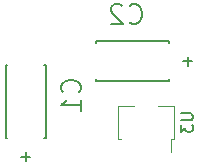
<source format=gbr>
%TF.GenerationSoftware,KiCad,Pcbnew,7.0.8*%
%TF.CreationDate,2024-02-04T18:47:11+02:00*%
%TF.ProjectId,QL_MDV_Control,514c5f4d-4456-45f4-936f-6e74726f6c2e,rev?*%
%TF.SameCoordinates,PX62a23e8PY5bc46e8*%
%TF.FileFunction,Legend,Bot*%
%TF.FilePolarity,Positive*%
%FSLAX46Y46*%
G04 Gerber Fmt 4.6, Leading zero omitted, Abs format (unit mm)*
G04 Created by KiCad (PCBNEW 7.0.8) date 2024-02-04 18:47:11*
%MOMM*%
%LPD*%
G01*
G04 APERTURE LIST*
%ADD10C,0.150000*%
%ADD11C,0.152400*%
%ADD12C,0.120000*%
G04 APERTURE END LIST*
D10*
X19040332Y91895D02*
X19118428Y13799D01*
X19118428Y13799D02*
X19352713Y-64296D01*
X19352713Y-64296D02*
X19508904Y-64296D01*
X19508904Y-64296D02*
X19743190Y13799D01*
X19743190Y13799D02*
X19899380Y169990D01*
X19899380Y169990D02*
X19977475Y326180D01*
X19977475Y326180D02*
X20055571Y638561D01*
X20055571Y638561D02*
X20055571Y872847D01*
X20055571Y872847D02*
X19977475Y1185228D01*
X19977475Y1185228D02*
X19899380Y1341419D01*
X19899380Y1341419D02*
X19743190Y1497609D01*
X19743190Y1497609D02*
X19508904Y1575704D01*
X19508904Y1575704D02*
X19352713Y1575704D01*
X19352713Y1575704D02*
X19118428Y1497609D01*
X19118428Y1497609D02*
X19040332Y1419514D01*
X18415571Y1419514D02*
X18337475Y1497609D01*
X18337475Y1497609D02*
X18181285Y1575704D01*
X18181285Y1575704D02*
X17790809Y1575704D01*
X17790809Y1575704D02*
X17634618Y1497609D01*
X17634618Y1497609D02*
X17556523Y1419514D01*
X17556523Y1419514D02*
X17478428Y1263323D01*
X17478428Y1263323D02*
X17478428Y1107133D01*
X17478428Y1107133D02*
X17556523Y872847D01*
X17556523Y872847D02*
X18493666Y-64296D01*
X18493666Y-64296D02*
X17478428Y-64296D01*
X23382319Y-7650595D02*
X24191842Y-7650595D01*
X24191842Y-7650595D02*
X24287080Y-7698214D01*
X24287080Y-7698214D02*
X24334700Y-7745833D01*
X24334700Y-7745833D02*
X24382319Y-7841071D01*
X24382319Y-7841071D02*
X24382319Y-8031547D01*
X24382319Y-8031547D02*
X24334700Y-8126785D01*
X24334700Y-8126785D02*
X24287080Y-8174404D01*
X24287080Y-8174404D02*
X24191842Y-8222023D01*
X24191842Y-8222023D02*
X23382319Y-8222023D01*
X23382319Y-8602976D02*
X23382319Y-9222023D01*
X23382319Y-9222023D02*
X23763271Y-8888690D01*
X23763271Y-8888690D02*
X23763271Y-9031547D01*
X23763271Y-9031547D02*
X23810890Y-9126785D01*
X23810890Y-9126785D02*
X23858509Y-9174404D01*
X23858509Y-9174404D02*
X23953747Y-9222023D01*
X23953747Y-9222023D02*
X24191842Y-9222023D01*
X24191842Y-9222023D02*
X24287080Y-9174404D01*
X24287080Y-9174404D02*
X24334700Y-9126785D01*
X24334700Y-9126785D02*
X24382319Y-9031547D01*
X24382319Y-9031547D02*
X24382319Y-8745833D01*
X24382319Y-8745833D02*
X24334700Y-8650595D01*
X24334700Y-8650595D02*
X24287080Y-8602976D01*
X14756305Y-5852267D02*
X14834401Y-5774171D01*
X14834401Y-5774171D02*
X14912496Y-5539886D01*
X14912496Y-5539886D02*
X14912496Y-5383695D01*
X14912496Y-5383695D02*
X14834401Y-5149409D01*
X14834401Y-5149409D02*
X14678210Y-4993219D01*
X14678210Y-4993219D02*
X14522020Y-4915124D01*
X14522020Y-4915124D02*
X14209639Y-4837028D01*
X14209639Y-4837028D02*
X13975353Y-4837028D01*
X13975353Y-4837028D02*
X13662972Y-4915124D01*
X13662972Y-4915124D02*
X13506781Y-4993219D01*
X13506781Y-4993219D02*
X13350591Y-5149409D01*
X13350591Y-5149409D02*
X13272496Y-5383695D01*
X13272496Y-5383695D02*
X13272496Y-5539886D01*
X13272496Y-5539886D02*
X13350591Y-5774171D01*
X13350591Y-5774171D02*
X13428686Y-5852267D01*
X14912496Y-7414171D02*
X14912496Y-6477028D01*
X14912496Y-6945600D02*
X13272496Y-6945600D01*
X13272496Y-6945600D02*
X13506781Y-6789409D01*
X13506781Y-6789409D02*
X13662972Y-6633219D01*
X13662972Y-6633219D02*
X13741067Y-6477028D01*
D11*
%TO.C,C2*%
X23948600Y-2844000D02*
X23948600Y-3606000D01*
X23567600Y-3225000D02*
X24329600Y-3225000D01*
X22373800Y-4926800D02*
X16176200Y-4926800D01*
X22373800Y-4774400D02*
X22373800Y-4926800D01*
X22373800Y-1523200D02*
X22373800Y-1675600D01*
X16176200Y-4926800D02*
X16176200Y-4774400D01*
X16176200Y-1675600D02*
X16176200Y-1523200D01*
X16176200Y-1523200D02*
X22373800Y-1523200D01*
D12*
%TO.C,U3*%
X22557500Y-10912500D02*
X22557500Y-9772500D01*
X18067500Y-9772500D02*
X18297500Y-9772500D01*
X22787500Y-9772500D02*
X22557500Y-9772500D01*
X22787500Y-9772500D02*
X22787500Y-7052500D01*
X18067500Y-7052500D02*
X18067500Y-9772500D01*
X19377500Y-7052500D02*
X18067500Y-7052500D01*
X22787500Y-7052500D02*
X21477500Y-7052500D01*
D11*
%TO.C,C1*%
X10631000Y-11307200D02*
X9869000Y-11307200D01*
X10250000Y-10926200D02*
X10250000Y-11688200D01*
X8548200Y-9732400D02*
X8548200Y-3534800D01*
X8700600Y-9732400D02*
X8548200Y-9732400D01*
X11951800Y-9732400D02*
X11799400Y-9732400D01*
X8548200Y-3534800D02*
X8700600Y-3534800D01*
X11799400Y-3534800D02*
X11951800Y-3534800D01*
X11951800Y-3534800D02*
X11951800Y-9732400D01*
%TD*%
M02*

</source>
